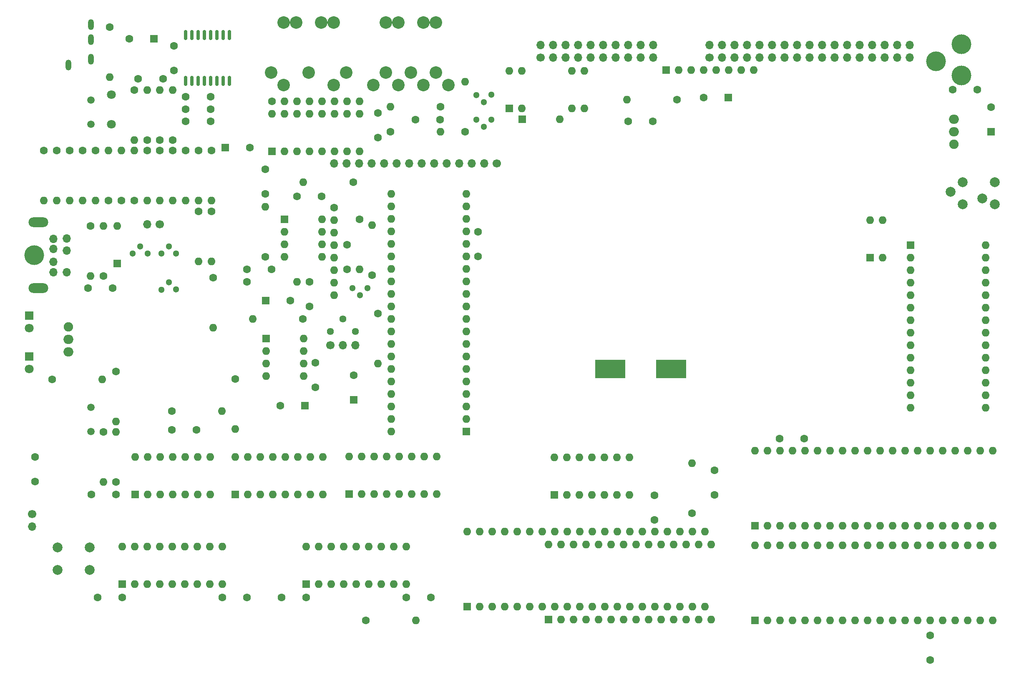
<source format=gbr>
%TF.GenerationSoftware,KiCad,Pcbnew,8.0.5*%
%TF.CreationDate,2025-01-06T13:55:56+00:00*%
%TF.ProjectId,Oric,4f726963-2e6b-4696-9361-645f70636258,rev?*%
%TF.SameCoordinates,Original*%
%TF.FileFunction,Soldermask,Top*%
%TF.FilePolarity,Negative*%
%FSLAX46Y46*%
G04 Gerber Fmt 4.6, Leading zero omitted, Abs format (unit mm)*
G04 Created by KiCad (PCBNEW 8.0.5) date 2025-01-06 13:55:56*
%MOMM*%
%LPD*%
G01*
G04 APERTURE LIST*
G04 Aperture macros list*
%AMRoundRect*
0 Rectangle with rounded corners*
0 $1 Rounding radius*
0 $2 $3 $4 $5 $6 $7 $8 $9 X,Y pos of 4 corners*
0 Add a 4 corners polygon primitive as box body*
4,1,4,$2,$3,$4,$5,$6,$7,$8,$9,$2,$3,0*
0 Add four circle primitives for the rounded corners*
1,1,$1+$1,$2,$3*
1,1,$1+$1,$4,$5*
1,1,$1+$1,$6,$7*
1,1,$1+$1,$8,$9*
0 Add four rect primitives between the rounded corners*
20,1,$1+$1,$2,$3,$4,$5,0*
20,1,$1+$1,$4,$5,$6,$7,0*
20,1,$1+$1,$6,$7,$8,$9,0*
20,1,$1+$1,$8,$9,$2,$3,0*%
G04 Aperture macros list end*
%ADD10C,1.700000*%
%ADD11O,1.700000X1.700000*%
%ADD12R,1.600000X1.600000*%
%ADD13C,1.600000*%
%ADD14O,1.600000X1.600000*%
%ADD15C,2.540000*%
%ADD16C,1.800000*%
%ADD17C,4.000000*%
%ADD18C,1.905000*%
%ADD19O,2.000000X1.905000*%
%ADD20R,1.800000X1.800000*%
%ADD21RoundRect,0.150000X0.150000X-0.875000X0.150000X0.875000X-0.150000X0.875000X-0.150000X-0.875000X0*%
%ADD22C,1.300000*%
%ADD23C,1.500000*%
%ADD24C,1.440000*%
%ADD25O,1.200000X2.200000*%
%ADD26O,4.000000X2.000000*%
%ADD27R,6.089998X3.740000*%
%ADD28C,2.000000*%
G04 APERTURE END LIST*
D10*
%TO.C,PL3*%
X139990000Y-52900000D03*
D11*
X137450000Y-52900000D03*
X134910000Y-52900000D03*
X132370000Y-52900000D03*
X129830000Y-52900000D03*
X127290000Y-52900000D03*
X124750000Y-52900000D03*
X122210000Y-52900000D03*
X119670000Y-52900000D03*
X117130000Y-52900000D03*
X114590000Y-52900000D03*
X112050000Y-52900000D03*
X109510000Y-52900000D03*
X106970000Y-52900000D03*
%TD*%
D12*
%TO.C,C21*%
X187030000Y-39500000D03*
D13*
X182030000Y-39500000D03*
%TD*%
%TO.C,RP3*%
X106970000Y-61870000D03*
D14*
X106970000Y-64410000D03*
X106970000Y-66950000D03*
X106970000Y-69490000D03*
X106970000Y-72030000D03*
X106970000Y-74570000D03*
X106970000Y-77110000D03*
X106970000Y-79650000D03*
%TD*%
D13*
%TO.C,C31*%
X76875000Y-41850000D03*
X81875000Y-41850000D03*
%TD*%
%TO.C,C101*%
X74050000Y-106975000D03*
X79050000Y-106975000D03*
%TD*%
%TO.C,C100*%
X184180000Y-120220000D03*
X184180000Y-115220000D03*
%TD*%
%TO.C,R11*%
X176610000Y-39970000D03*
D14*
X166450000Y-39970000D03*
%TD*%
D13*
%TO.C,C28*%
X101950000Y-81930000D03*
X101950000Y-76930000D03*
%TD*%
%TO.C,C6*%
X92990000Y-54080000D03*
X92990000Y-59080000D03*
%TD*%
%TO.C,C7*%
X128480000Y-44000000D03*
X123480000Y-44000000D03*
%TD*%
D12*
%TO.C,IC6*%
X192390000Y-145680000D03*
D14*
X194930000Y-145680000D03*
X197470000Y-145680000D03*
X200010000Y-145680000D03*
X202550000Y-145680000D03*
X205090000Y-145680000D03*
X207630000Y-145680000D03*
X210170000Y-145680000D03*
X212710000Y-145680000D03*
X215250000Y-145680000D03*
X217790000Y-145680000D03*
X220330000Y-145680000D03*
X222870000Y-145680000D03*
X225410000Y-145680000D03*
X227950000Y-145680000D03*
X230490000Y-145680000D03*
X233030000Y-145680000D03*
X235570000Y-145680000D03*
X238110000Y-145680000D03*
X240650000Y-145680000D03*
X240650000Y-130440000D03*
X238110000Y-130440000D03*
X235570000Y-130440000D03*
X233030000Y-130440000D03*
X230490000Y-130440000D03*
X227950000Y-130440000D03*
X225410000Y-130440000D03*
X222870000Y-130440000D03*
X220330000Y-130440000D03*
X217790000Y-130440000D03*
X215250000Y-130440000D03*
X212710000Y-130440000D03*
X210170000Y-130440000D03*
X207630000Y-130440000D03*
X205090000Y-130440000D03*
X202550000Y-130440000D03*
X200010000Y-130440000D03*
X197470000Y-130440000D03*
X194930000Y-130440000D03*
X192390000Y-130440000D03*
%TD*%
D15*
%TO.C,SK2*%
X117490000Y-34420000D03*
X117490000Y-24300000D03*
X120030000Y-24300000D03*
X122570000Y-34420000D03*
X125110000Y-24300000D03*
X127650000Y-24300000D03*
X127650000Y-34420000D03*
X120030000Y-36960000D03*
X125110000Y-36960000D03*
X114950000Y-36960000D03*
X130190000Y-36960000D03*
%TD*%
D12*
%TO.C,IC3*%
X96930000Y-64280000D03*
D14*
X96930000Y-66820000D03*
X96930000Y-69360000D03*
X96930000Y-71900000D03*
X104550000Y-71900000D03*
X104550000Y-69360000D03*
X104550000Y-66820000D03*
X104550000Y-64280000D03*
%TD*%
D16*
%TO.C,VC1*%
X61750000Y-38950000D03*
X61750000Y-44950000D03*
%TD*%
D12*
%TO.C,IC7*%
X133840000Y-107360000D03*
D14*
X133840000Y-104820000D03*
X133840000Y-102280000D03*
X133840000Y-99740000D03*
X133840000Y-97200000D03*
X133840000Y-94660000D03*
X133840000Y-92120000D03*
X133840000Y-89580000D03*
X133840000Y-87040000D03*
X133840000Y-84500000D03*
X133840000Y-81960000D03*
X133840000Y-79420000D03*
X133840000Y-76880000D03*
X133840000Y-74340000D03*
X133840000Y-71800000D03*
X133840000Y-69260000D03*
X133840000Y-66720000D03*
X133840000Y-64180000D03*
X133840000Y-61640000D03*
X133840000Y-59100000D03*
X118600000Y-59100000D03*
X118600000Y-61640000D03*
X118600000Y-64180000D03*
X118600000Y-66720000D03*
X118600000Y-69260000D03*
X118600000Y-71800000D03*
X118600000Y-74340000D03*
X118600000Y-76880000D03*
X118600000Y-79420000D03*
X118600000Y-81960000D03*
X118600000Y-84500000D03*
X118600000Y-87040000D03*
X118600000Y-89580000D03*
X118600000Y-92120000D03*
X118600000Y-94660000D03*
X118600000Y-97200000D03*
X118600000Y-99740000D03*
X118600000Y-102280000D03*
X118600000Y-104820000D03*
X118600000Y-107360000D03*
%TD*%
D13*
%TO.C,C13*%
X232550000Y-37870000D03*
X237550000Y-37870000D03*
%TD*%
D12*
%TO.C,D1*%
X145150000Y-43940000D03*
D14*
X152770000Y-43940000D03*
%TD*%
D17*
%TO.C,SK3*%
X234320000Y-35000000D03*
X234320000Y-28680000D03*
X229170000Y-32150000D03*
%TD*%
D18*
%TO.C,TR7*%
X53080000Y-86060000D03*
D19*
X53080000Y-88600000D03*
X53080000Y-91140000D03*
%TD*%
D12*
%TO.C,IC31*%
X64010000Y-138300000D03*
D14*
X66550000Y-138300000D03*
X69090000Y-138300000D03*
X71630000Y-138300000D03*
X74170000Y-138300000D03*
X76710000Y-138300000D03*
X79250000Y-138300000D03*
X81790000Y-138300000D03*
X84330000Y-138300000D03*
X84330000Y-130680000D03*
X81790000Y-130680000D03*
X79250000Y-130680000D03*
X76710000Y-130680000D03*
X74170000Y-130680000D03*
X71630000Y-130680000D03*
X69090000Y-130680000D03*
X66550000Y-130680000D03*
X64010000Y-130680000D03*
%TD*%
D13*
%TO.C,R37*%
X69025000Y-50275000D03*
D14*
X69025000Y-60435000D03*
%TD*%
D20*
%TO.C,D31*%
X45075000Y-92060000D03*
D16*
X45075000Y-94600000D03*
%TD*%
D13*
%TO.C,C5*%
X94300000Y-74440000D03*
X89300000Y-74440000D03*
%TD*%
%TO.C,R4*%
X82125000Y-62595000D03*
D14*
X82125000Y-72755000D03*
%TD*%
D13*
%TO.C,R45*%
X79500000Y-50275000D03*
D14*
X79500000Y-60435000D03*
%TD*%
D13*
%TO.C,C34*%
X197430000Y-108770000D03*
X202430000Y-108770000D03*
%TD*%
%TO.C,R32*%
X61440000Y-25240000D03*
D14*
X61440000Y-35400000D03*
%TD*%
D21*
%TO.C,IC23*%
X76805000Y-36150000D03*
X78075000Y-36150000D03*
X79345000Y-36150000D03*
X80615000Y-36150000D03*
X81885000Y-36150000D03*
X83155000Y-36150000D03*
X84425000Y-36150000D03*
X85695000Y-36150000D03*
X85695000Y-26850000D03*
X84425000Y-26850000D03*
X83155000Y-26850000D03*
X81885000Y-26850000D03*
X80615000Y-26850000D03*
X79345000Y-26850000D03*
X78075000Y-26850000D03*
X76805000Y-26850000D03*
%TD*%
D13*
%TO.C,C12*%
X46240000Y-112510000D03*
X46240000Y-117510000D03*
%TD*%
%TO.C,R50*%
X82460000Y-76120000D03*
D14*
X82460000Y-86280000D03*
%TD*%
D12*
%TO.C,IC5*%
X192390000Y-126450000D03*
D14*
X194930000Y-126450000D03*
X197470000Y-126450000D03*
X200010000Y-126450000D03*
X202550000Y-126450000D03*
X205090000Y-126450000D03*
X207630000Y-126450000D03*
X210170000Y-126450000D03*
X212710000Y-126450000D03*
X215250000Y-126450000D03*
X217790000Y-126450000D03*
X220330000Y-126450000D03*
X222870000Y-126450000D03*
X225410000Y-126450000D03*
X227950000Y-126450000D03*
X230490000Y-126450000D03*
X233030000Y-126450000D03*
X235570000Y-126450000D03*
X238110000Y-126450000D03*
X240650000Y-126450000D03*
X240650000Y-111210000D03*
X238110000Y-111210000D03*
X235570000Y-111210000D03*
X233030000Y-111210000D03*
X230490000Y-111210000D03*
X227950000Y-111210000D03*
X225410000Y-111210000D03*
X222870000Y-111210000D03*
X220330000Y-111210000D03*
X217790000Y-111210000D03*
X215250000Y-111210000D03*
X212710000Y-111210000D03*
X210170000Y-111210000D03*
X207630000Y-111210000D03*
X205090000Y-111210000D03*
X202550000Y-111210000D03*
X200010000Y-111210000D03*
X197470000Y-111210000D03*
X194930000Y-111210000D03*
X192390000Y-111210000D03*
%TD*%
D13*
%TO.C,R9*%
X60200000Y-107420000D03*
D14*
X60200000Y-117580000D03*
%TD*%
D13*
%TO.C,R38*%
X71625000Y-50275000D03*
D14*
X71625000Y-60435000D03*
%TD*%
D22*
%TO.C,TR5*%
X66100000Y-71220000D03*
X67600000Y-69730000D03*
X69100000Y-71200000D03*
%TD*%
D10*
%TO.C,LK5*%
X106195000Y-89850000D03*
D11*
X108735000Y-89850000D03*
X111275000Y-89850000D03*
%TD*%
D12*
%TO.C,SW2*%
X215785000Y-72050000D03*
D14*
X218325000Y-72050000D03*
X218325000Y-64430000D03*
X215785000Y-64430000D03*
%TD*%
D12*
%TO.C,C4*%
X93120000Y-80740000D03*
D13*
X98120000Y-80740000D03*
%TD*%
%TO.C,C19*%
X166680000Y-44380000D03*
X171680000Y-44380000D03*
%TD*%
D12*
%TO.C,C1*%
X110960000Y-100870000D03*
D13*
X110960000Y-95870000D03*
%TD*%
%TO.C,R7*%
X112120000Y-64270000D03*
D14*
X112120000Y-74430000D03*
%TD*%
D13*
%TO.C,R12*%
X113440000Y-145650000D03*
D14*
X123600000Y-145650000D03*
%TD*%
D12*
%TO.C,C8*%
X240325000Y-46450000D03*
D13*
X240325000Y-41450000D03*
%TD*%
%TO.C,R55*%
X48050000Y-50275000D03*
D14*
X48050000Y-60435000D03*
%TD*%
D23*
%TO.C,XT1*%
X57660000Y-107320000D03*
X57660000Y-102420000D03*
%TD*%
D24*
%TO.C,RV2*%
X111275000Y-86975000D03*
X108735000Y-84435000D03*
X106195000Y-86975000D03*
%TD*%
D12*
%TO.C,RP1*%
X174370000Y-33960000D03*
D14*
X176910000Y-33960000D03*
X179450000Y-33960000D03*
X181990000Y-33960000D03*
X184530000Y-33960000D03*
X187070000Y-33960000D03*
X189610000Y-33960000D03*
X192150000Y-33960000D03*
%TD*%
D12*
%TO.C,C3*%
X101080000Y-102100000D03*
D13*
X96080000Y-102100000D03*
%TD*%
%TO.C,R6*%
X179600000Y-123940000D03*
D14*
X179600000Y-113780000D03*
%TD*%
D13*
%TO.C,C16*%
X96300000Y-141075000D03*
X101300000Y-141075000D03*
%TD*%
D25*
%TO.C,SK4*%
X53025000Y-32925000D03*
X57625000Y-31725000D03*
X57625000Y-27725000D03*
X57625000Y-24725000D03*
%TD*%
D13*
%TO.C,C23*%
X172000000Y-125275000D03*
X172000000Y-120275000D03*
%TD*%
%TO.C,R13*%
X128540000Y-41380000D03*
D14*
X118380000Y-41380000D03*
%TD*%
D20*
%TO.C,D32*%
X45075000Y-83810000D03*
D16*
X45075000Y-86350000D03*
%TD*%
D11*
%TO.C,SK5*%
X49990000Y-72860000D03*
X49990000Y-70220000D03*
X50020000Y-74980000D03*
X49990000Y-68180000D03*
X52710000Y-74980000D03*
X52710000Y-70630000D03*
X52710000Y-68170000D03*
D26*
X46910000Y-78250000D03*
D17*
X46110000Y-71550000D03*
D26*
X46910000Y-64850000D03*
%TD*%
D22*
%TO.C,TR2*%
X138880000Y-43970000D03*
X137380000Y-45460000D03*
X135880000Y-43990000D03*
%TD*%
%TO.C,TR1*%
X113730000Y-78170000D03*
X112230000Y-79660000D03*
X110730000Y-78190000D03*
%TD*%
D13*
%TO.C,R30*%
X115900000Y-83370000D03*
D14*
X115900000Y-93530000D03*
%TD*%
D18*
%TO.C,IC1*%
X232770000Y-49000000D03*
D19*
X232770000Y-46460000D03*
X232770000Y-43920000D03*
%TD*%
D10*
%TO.C,LK4*%
X71560000Y-65295000D03*
D11*
X69020000Y-65295000D03*
%TD*%
D12*
%TO.C,C36*%
X84890000Y-49640000D03*
D13*
X89890000Y-49640000D03*
%TD*%
%TO.C,C17*%
X121625000Y-141075000D03*
X126625000Y-141075000D03*
%TD*%
%TO.C,R26*%
X110910000Y-56700000D03*
D14*
X100750000Y-56700000D03*
%TD*%
D10*
%TO.C,LK6*%
X45640000Y-124060000D03*
D11*
X45640000Y-126600000D03*
%TD*%
D13*
%TO.C,R46*%
X53300000Y-50275000D03*
D14*
X53300000Y-60435000D03*
%TD*%
D22*
%TO.C,TR4*%
X71925000Y-71215000D03*
X73425000Y-69725000D03*
X74925000Y-71195000D03*
%TD*%
D12*
%TO.C,RL1*%
X142560000Y-41690000D03*
D14*
X145100000Y-41690000D03*
X155260000Y-41690000D03*
X157800000Y-41690000D03*
X157800000Y-34070000D03*
X155260000Y-34070000D03*
X145100000Y-34070000D03*
X142560000Y-34070000D03*
%TD*%
D12*
%TO.C,IC21*%
X66590000Y-120100000D03*
D14*
X69130000Y-120100000D03*
X71670000Y-120100000D03*
X74210000Y-120100000D03*
X76750000Y-120100000D03*
X79290000Y-120100000D03*
X81830000Y-120100000D03*
X81830000Y-112480000D03*
X79290000Y-112480000D03*
X76750000Y-112480000D03*
X74210000Y-112480000D03*
X71670000Y-112480000D03*
X69130000Y-112480000D03*
X66590000Y-112480000D03*
%TD*%
D13*
%TO.C,R101*%
X74075000Y-103150000D03*
D14*
X84235000Y-103150000D03*
%TD*%
D13*
%TO.C,R43*%
X82125000Y-50275000D03*
D14*
X82125000Y-60435000D03*
%TD*%
D13*
%TO.C,R8*%
X114660000Y-75620000D03*
D14*
X114660000Y-65460000D03*
%TD*%
D12*
%TO.C,IC30*%
X101300000Y-138300000D03*
D14*
X103840000Y-138300000D03*
X106380000Y-138300000D03*
X108920000Y-138300000D03*
X111460000Y-138300000D03*
X114000000Y-138300000D03*
X116540000Y-138300000D03*
X119080000Y-138300000D03*
X121620000Y-138300000D03*
X121620000Y-130680000D03*
X119080000Y-130680000D03*
X116540000Y-130680000D03*
X114000000Y-130680000D03*
X111460000Y-130680000D03*
X108920000Y-130680000D03*
X106380000Y-130680000D03*
X103840000Y-130680000D03*
X101300000Y-130680000D03*
%TD*%
D13*
%TO.C,R25*%
X133540000Y-46470000D03*
D14*
X133540000Y-36310000D03*
%TD*%
D12*
%TO.C,C24*%
X70430000Y-27600000D03*
D13*
X65430000Y-27600000D03*
%TD*%
%TO.C,R39*%
X74250000Y-50275000D03*
D14*
X74250000Y-60435000D03*
%TD*%
D10*
%TO.C,PL2*%
X183160000Y-31370000D03*
D11*
X183160000Y-28830000D03*
X185700000Y-31370000D03*
X185700000Y-28830000D03*
X188240000Y-31370000D03*
X188240000Y-28830000D03*
X190780000Y-31370000D03*
X190780000Y-28830000D03*
X193320000Y-31370000D03*
X193320000Y-28830000D03*
X195860000Y-31370000D03*
X195860000Y-28830000D03*
X198400000Y-31370000D03*
X198400000Y-28830000D03*
X200940000Y-31370000D03*
X200940000Y-28830000D03*
X203480000Y-31370000D03*
X203480000Y-28830000D03*
X206020000Y-31370000D03*
X206020000Y-28830000D03*
X208560000Y-31370000D03*
X208560000Y-28830000D03*
X211100000Y-31370000D03*
X211100000Y-28830000D03*
X213640000Y-31370000D03*
X213640000Y-28830000D03*
X216180000Y-31370000D03*
X216180000Y-28830000D03*
X218720000Y-31370000D03*
X218720000Y-28830000D03*
X221260000Y-31370000D03*
X221260000Y-28830000D03*
X223800000Y-31370000D03*
X223800000Y-28830000D03*
%TD*%
D23*
%TO.C,XT2*%
X57660000Y-44950000D03*
X57660000Y-40050000D03*
%TD*%
D13*
%TO.C,C14*%
X59000000Y-141075000D03*
X64000000Y-141075000D03*
%TD*%
%TO.C,C2*%
X103175000Y-93400000D03*
X103175000Y-98400000D03*
%TD*%
%TO.C,R35*%
X71625000Y-48160000D03*
D14*
X71625000Y-38000000D03*
%TD*%
D27*
%TO.C,LS1*%
X163005000Y-94657500D03*
X175355000Y-94657500D03*
%TD*%
D13*
%TO.C,RP2*%
X94350000Y-40320000D03*
D14*
X96890000Y-40320000D03*
X99430000Y-40320000D03*
X101970000Y-40320000D03*
X104510000Y-40320000D03*
X107050000Y-40320000D03*
X109590000Y-40320000D03*
X112130000Y-40320000D03*
%TD*%
D12*
%TO.C,IC9*%
X223960000Y-69470000D03*
D14*
X223960000Y-72010000D03*
X223960000Y-74550000D03*
X223960000Y-77090000D03*
X223960000Y-79630000D03*
X223960000Y-82170000D03*
X223960000Y-84710000D03*
X223960000Y-87250000D03*
X223960000Y-89790000D03*
X223960000Y-92330000D03*
X223960000Y-94870000D03*
X223960000Y-97410000D03*
X223960000Y-99950000D03*
X223960000Y-102490000D03*
X239200000Y-102490000D03*
X239200000Y-99950000D03*
X239200000Y-97410000D03*
X239200000Y-94870000D03*
X239200000Y-92330000D03*
X239200000Y-89790000D03*
X239200000Y-87250000D03*
X239200000Y-84710000D03*
X239200000Y-82170000D03*
X239200000Y-79630000D03*
X239200000Y-77090000D03*
X239200000Y-74550000D03*
X239200000Y-72010000D03*
X239200000Y-69470000D03*
%TD*%
D13*
%TO.C,R47*%
X76875000Y-50275000D03*
D14*
X76875000Y-60435000D03*
%TD*%
D12*
%TO.C,IC11*%
X151700000Y-120200000D03*
D14*
X154240000Y-120200000D03*
X156780000Y-120200000D03*
X159320000Y-120200000D03*
X161860000Y-120200000D03*
X164400000Y-120200000D03*
X166940000Y-120200000D03*
X166940000Y-112580000D03*
X164400000Y-112580000D03*
X161860000Y-112580000D03*
X159320000Y-112580000D03*
X156780000Y-112580000D03*
X154240000Y-112580000D03*
X151700000Y-112580000D03*
%TD*%
D13*
%TO.C,R36*%
X74250000Y-48160000D03*
D14*
X74250000Y-38000000D03*
%TD*%
D13*
%TO.C,R51*%
X62660000Y-95150000D03*
D14*
X62660000Y-105310000D03*
%TD*%
D13*
%TO.C,R2*%
X79500000Y-62600000D03*
D14*
X79500000Y-72760000D03*
%TD*%
D28*
%TO.C,SW1*%
X234580000Y-61210000D03*
X241070000Y-61220000D03*
X232130000Y-58690000D03*
X234570000Y-56720000D03*
X241070000Y-56720000D03*
X238520000Y-59990000D03*
%TD*%
D22*
%TO.C,TR3*%
X138880000Y-38960000D03*
X137380000Y-40450000D03*
X135880000Y-38980000D03*
%TD*%
D13*
%TO.C,C25*%
X109590000Y-69390000D03*
X109590000Y-74390000D03*
%TD*%
%TO.C,C30*%
X76875000Y-39375000D03*
X81875000Y-39375000D03*
%TD*%
%TO.C,C10*%
X104420000Y-59590000D03*
X99420000Y-59590000D03*
%TD*%
D12*
%TO.C,IC8*%
X110020000Y-120020000D03*
D14*
X112560000Y-120020000D03*
X115100000Y-120020000D03*
X117640000Y-120020000D03*
X120180000Y-120020000D03*
X122720000Y-120020000D03*
X125260000Y-120020000D03*
X127800000Y-120020000D03*
X127800000Y-112400000D03*
X125260000Y-112400000D03*
X122720000Y-112400000D03*
X120180000Y-112400000D03*
X117640000Y-112400000D03*
X115100000Y-112400000D03*
X112560000Y-112400000D03*
X110020000Y-112400000D03*
%TD*%
D13*
%TO.C,C11*%
X136175000Y-66775000D03*
X136175000Y-71775000D03*
%TD*%
%TO.C,R10*%
X62660000Y-117580000D03*
D14*
X62660000Y-107420000D03*
%TD*%
D13*
%TO.C,R41*%
X63800000Y-60435000D03*
D14*
X63800000Y-50275000D03*
%TD*%
D13*
%TO.C,R33*%
X66425000Y-38000000D03*
D14*
X66425000Y-48160000D03*
%TD*%
D13*
%TO.C,R24*%
X118390000Y-46500000D03*
D14*
X128550000Y-46500000D03*
%TD*%
D13*
%TO.C,R3*%
X89310000Y-76900000D03*
D14*
X99470000Y-76900000D03*
%TD*%
D12*
%TO.C,IC4*%
X150470000Y-145520000D03*
D14*
X153010000Y-145520000D03*
X155550000Y-145520000D03*
X158090000Y-145520000D03*
X160630000Y-145520000D03*
X163170000Y-145520000D03*
X165710000Y-145520000D03*
X168250000Y-145520000D03*
X170790000Y-145520000D03*
X173330000Y-145520000D03*
X175870000Y-145520000D03*
X178410000Y-145520000D03*
X180950000Y-145520000D03*
X183490000Y-145520000D03*
X183490000Y-130280000D03*
X180950000Y-130280000D03*
X178410000Y-130280000D03*
X175870000Y-130280000D03*
X173330000Y-130280000D03*
X170790000Y-130280000D03*
X168250000Y-130280000D03*
X165710000Y-130280000D03*
X163170000Y-130280000D03*
X160630000Y-130280000D03*
X158090000Y-130280000D03*
X155550000Y-130280000D03*
X153010000Y-130280000D03*
X150470000Y-130280000D03*
%TD*%
D12*
%TO.C,IC22*%
X94340000Y-50450000D03*
D14*
X96880000Y-50450000D03*
X99420000Y-50450000D03*
X101960000Y-50450000D03*
X104500000Y-50450000D03*
X107040000Y-50450000D03*
X109580000Y-50450000D03*
X112120000Y-50450000D03*
X112120000Y-42830000D03*
X109580000Y-42830000D03*
X107040000Y-42830000D03*
X104500000Y-42830000D03*
X101960000Y-42830000D03*
X99420000Y-42830000D03*
X96880000Y-42830000D03*
X94340000Y-42830000D03*
%TD*%
D12*
%TO.C,IC2*%
X93190000Y-88420000D03*
D14*
X93190000Y-90960000D03*
X93190000Y-93500000D03*
X93190000Y-96040000D03*
X100810000Y-96040000D03*
X100810000Y-93500000D03*
X100810000Y-90960000D03*
X100810000Y-88420000D03*
%TD*%
D15*
%TO.C,SK1*%
X94180000Y-34420000D03*
X101800000Y-34420000D03*
X109420000Y-34420000D03*
X96720000Y-36960000D03*
X96720000Y-24270000D03*
X99260000Y-24270000D03*
X104340000Y-24270000D03*
X106880000Y-24270000D03*
X106880000Y-36960000D03*
%TD*%
D13*
%TO.C,R31*%
X86925000Y-96650000D03*
D14*
X86925000Y-106810000D03*
%TD*%
D13*
%TO.C,C33*%
X72225000Y-35680000D03*
X67225000Y-35680000D03*
%TD*%
%TO.C,R48*%
X58550000Y-50275000D03*
D14*
X58550000Y-60435000D03*
%TD*%
D13*
%TO.C,R5*%
X93000000Y-71860000D03*
D14*
X93000000Y-61700000D03*
%TD*%
D12*
%TO.C,IC10*%
X133950000Y-142875000D03*
D14*
X136490000Y-142875000D03*
X139030000Y-142875000D03*
X141570000Y-142875000D03*
X144110000Y-142875000D03*
X146650000Y-142875000D03*
X149190000Y-142875000D03*
X151730000Y-142875000D03*
X154270000Y-142875000D03*
X156810000Y-142875000D03*
X159350000Y-142875000D03*
X161890000Y-142875000D03*
X164430000Y-142875000D03*
X166970000Y-142875000D03*
X169510000Y-142875000D03*
X172050000Y-142875000D03*
X174590000Y-142875000D03*
X177130000Y-142875000D03*
X179670000Y-142875000D03*
X182210000Y-142875000D03*
X182210000Y-127635000D03*
X179670000Y-127635000D03*
X177130000Y-127635000D03*
X174590000Y-127635000D03*
X172050000Y-127635000D03*
X169510000Y-127635000D03*
X166970000Y-127635000D03*
X164430000Y-127635000D03*
X161890000Y-127635000D03*
X159350000Y-127635000D03*
X156810000Y-127635000D03*
X154270000Y-127635000D03*
X151730000Y-127635000D03*
X149190000Y-127635000D03*
X146650000Y-127635000D03*
X144110000Y-127635000D03*
X141570000Y-127635000D03*
X139030000Y-127635000D03*
X136490000Y-127635000D03*
X133950000Y-127635000D03*
%TD*%
D13*
%TO.C,C9*%
X74450000Y-29000000D03*
X74450000Y-34000000D03*
%TD*%
%TO.C,R53*%
X60125000Y-75725000D03*
D14*
X60125000Y-65565000D03*
%TD*%
D13*
%TO.C,C32*%
X76875000Y-44325000D03*
X81875000Y-44325000D03*
%TD*%
%TO.C,R40*%
X61175000Y-60435000D03*
D14*
X61175000Y-50275000D03*
%TD*%
D13*
%TO.C,R56*%
X49750000Y-96750000D03*
D14*
X59910000Y-96750000D03*
%TD*%
D13*
%TO.C,R54*%
X57500000Y-65565000D03*
D14*
X57500000Y-75725000D03*
%TD*%
D13*
%TO.C,R34*%
X69025000Y-48160000D03*
D14*
X69025000Y-38000000D03*
%TD*%
D13*
%TO.C,R1*%
X100650000Y-84500000D03*
D14*
X90490000Y-84500000D03*
%TD*%
D13*
%TO.C,C26*%
X57730000Y-120090000D03*
X62730000Y-120090000D03*
%TD*%
D12*
%TO.C,D30*%
X62975000Y-73185000D03*
D14*
X62975000Y-65565000D03*
%TD*%
D13*
%TO.C,R44*%
X50675000Y-50275000D03*
D14*
X50675000Y-60435000D03*
%TD*%
D13*
%TO.C,R49*%
X55925000Y-50275000D03*
D14*
X55925000Y-60435000D03*
%TD*%
D13*
%TO.C,R42*%
X66425000Y-60435000D03*
D14*
X66425000Y-50275000D03*
%TD*%
D13*
%TO.C,C35*%
X228000000Y-148710000D03*
X228000000Y-153710000D03*
%TD*%
D10*
%TO.C,PL1*%
X148900000Y-31370000D03*
D11*
X148900000Y-28830000D03*
X151440000Y-31370000D03*
X151440000Y-28830000D03*
X153980000Y-31370000D03*
X153980000Y-28830000D03*
X156520000Y-31370000D03*
X156520000Y-28830000D03*
X159060000Y-31370000D03*
X159060000Y-28830000D03*
X161600000Y-31370000D03*
X161600000Y-28830000D03*
X164140000Y-31370000D03*
X164140000Y-28830000D03*
X166680000Y-31370000D03*
X166680000Y-28830000D03*
X169220000Y-31370000D03*
X169220000Y-28830000D03*
X171760000Y-31370000D03*
X171760000Y-28830000D03*
%TD*%
D13*
%TO.C,C37*%
X57050000Y-78175000D03*
X62050000Y-78175000D03*
%TD*%
D22*
%TO.C,TR6*%
X71925000Y-78515000D03*
X73425000Y-77025000D03*
X74925000Y-78495000D03*
%TD*%
D28*
%TO.C,SW3*%
X50875000Y-135405000D03*
X57375000Y-135405000D03*
X50875000Y-130905000D03*
X57375000Y-130905000D03*
%TD*%
D12*
%TO.C,IC20*%
X86950000Y-120100000D03*
D14*
X89490000Y-120100000D03*
X92030000Y-120100000D03*
X94570000Y-120100000D03*
X97110000Y-120100000D03*
X99650000Y-120100000D03*
X102190000Y-120100000D03*
X104730000Y-120100000D03*
X104730000Y-112480000D03*
X102190000Y-112480000D03*
X99650000Y-112480000D03*
X97110000Y-112480000D03*
X94570000Y-112480000D03*
X92030000Y-112480000D03*
X89490000Y-112480000D03*
X86950000Y-112480000D03*
%TD*%
D13*
%TO.C,C15*%
X84325000Y-141075000D03*
X89325000Y-141075000D03*
%TD*%
%TO.C,C22*%
X115890000Y-42680000D03*
X115890000Y-47680000D03*
%TD*%
M02*

</source>
